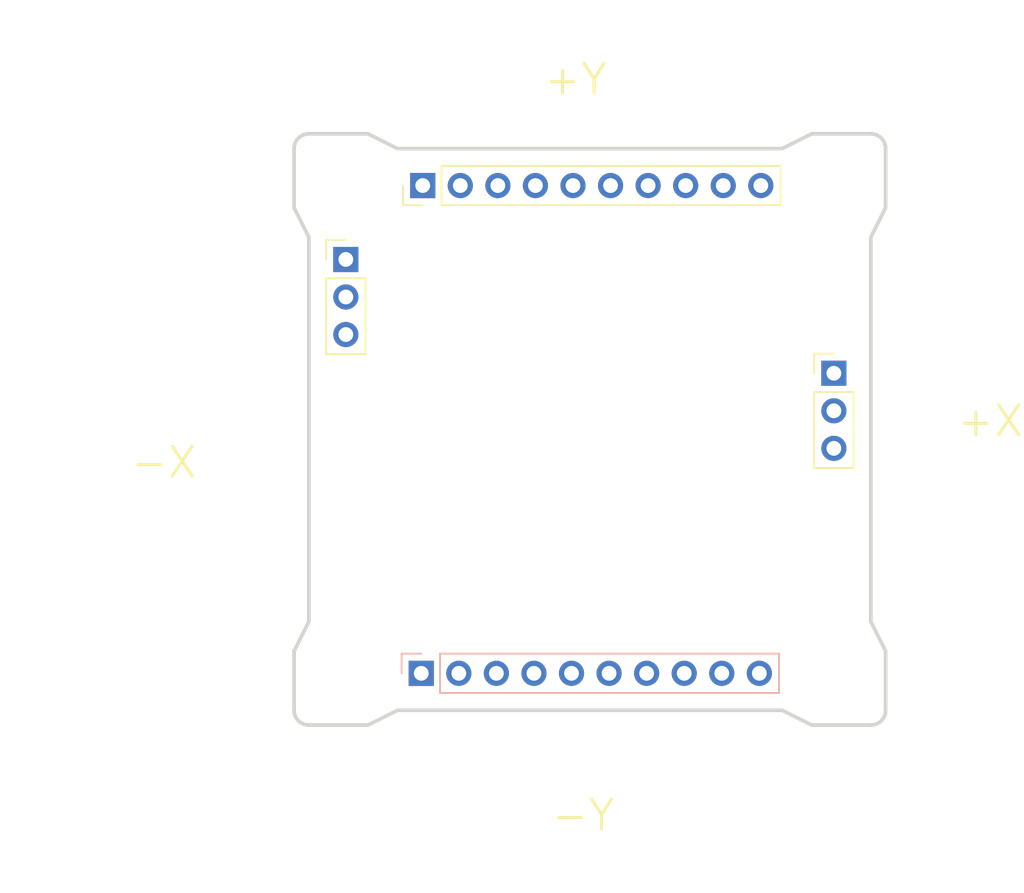
<source format=kicad_pcb>
(kicad_pcb (version 20211014) (generator pcbnew)
  (layers (0 "F.Cu" signal) (31 "B.Cu" signal) (34 "B.Paste" user) (35 "F.Paste" user) (36 "B.SilkS" user "B.Silkscreen") (37 "F.SilkS" user "F.Silkscreen") (38 "B.Mask" user) (39 "F.Mask" user) (44 "Edge.Cuts" user))
  (net 0 "")
  (footprint "Connector_PinHeader_2.54mm:PinHeader_1x10_P2.54mm_Vertical" (layer "F.Cu") (at 132 71.9 90)
    (fp_text reference "J1" hide)
    (fp_text value "Conn_01x10")
    (fp_line (start -1.33 1.27) (end 1.33 1.27) (layer "F.SilkS") (width 0.12))
    (fp_line (start -1.33 1.27) (end -1.33 24.19) (layer "F.SilkS") (width 0.12))
    (fp_line (start -1.33 24.19) (end 1.33 24.19) (layer "F.SilkS") (width 0.12))
    (fp_line (start 1.33 1.27) (end 1.33 24.19) (layer "F.SilkS") (width 0.12))
    (fp_line (start -1.33 -1.33) (end 0 -1.33) (layer "F.SilkS") (width 0.12))
    (fp_line (start -1.33 0) (end -1.33 -1.33) (layer "F.SilkS") (width 0.12))
    (pad "1" thru_hole rect (at 0 0 90) (size 1.7 1.7) (drill 1) (layers *.Cu *.Mask))
    (pad "2" thru_hole oval (at 0 2.54 90) (size 1.7 1.7) (drill 1) (layers *.Cu *.Mask))
    (pad "3" thru_hole oval (at 0 5.08 90) (size 1.7 1.7) (drill 1) (layers *.Cu *.Mask))
    (pad "4" thru_hole oval (at 0 7.62 90) (size 1.7 1.7) (drill 1) (layers *.Cu *.Mask))
    (pad "5" thru_hole oval (at 0 10.16 90) (size 1.7 1.7) (drill 1) (layers *.Cu *.Mask))
    (pad "6" thru_hole oval (at 0 12.7 90) (size 1.7 1.7) (drill 1) (layers *.Cu *.Mask))
    (pad "7" thru_hole oval (at 0 15.24 90) (size 1.7 1.7) (drill 1) (layers *.Cu *.Mask))
    (pad "8" thru_hole oval (at 0 17.78 90) (size 1.7 1.7) (drill 1) (layers *.Cu *.Mask))
    (pad "9" thru_hole oval (at 0 20.32 90) (size 1.7 1.7) (drill 1) (layers *.Cu *.Mask))
    (pad "10" thru_hole oval (at 0 22.86 90) (size 1.7 1.7) (drill 1) (layers *.Cu *.Mask))
  )
  (footprint "AutoGenerated:MountingHole_3.50mm" (layer "F.Cu") (at 159.8 71.9)
    (fp_text reference "" hide)
    (fp_text value "" (at 0 0) (layer "F.SilkS") (effects (font (size 1.27 1.27))))
    (pad "" np_thru_hole circle locked (at 0 0) (size 3.5 3.5) (drill 3.5) (layers *.Cu *.Mask))
  )
  (footprint "Connector_PinHeader_2.54mm:PinHeader_1x03_P2.54mm_Vertical" (layer "F.Cu") (at 126.8 76.9)
    (fp_text reference "J3" hide)
    (fp_text value "Conn_01x03")
    (fp_line (start -1.33 -1.33) (end 0 -1.33) (layer "F.SilkS") (width 0.12))
    (fp_line (start -1.33 6.41) (end 1.33 6.41) (layer "F.SilkS") (width 0.12))
    (fp_line (start -1.33 1.27) (end 1.33 1.27) (layer "F.SilkS") (width 0.12))
    (fp_line (start 1.33 1.27) (end 1.33 6.41) (layer "F.SilkS") (width 0.12))
    (fp_line (start -1.33 1.27) (end -1.33 6.41) (layer "F.SilkS") (width 0.12))
    (fp_line (start -1.33 0) (end -1.33 -1.33) (layer "F.SilkS") (width 0.12))
    (pad "1" thru_hole rect (at 0 0) (size 1.7 1.7) (drill 1) (layers *.Cu *.Mask))
    (pad "2" thru_hole oval (at 0 2.54) (size 1.7 1.7) (drill 1) (layers *.Cu *.Mask))
    (pad "3" thru_hole oval (at 0 5.08) (size 1.7 1.7) (drill 1) (layers *.Cu *.Mask))
  )
  (footprint "AutoGenerated:MountingHole_3.50mm" (layer "F.Cu") (at 126.8 71.9)
    (fp_text reference "" hide)
    (fp_text value "" (at 0 0) (layer "F.SilkS") (effects (font (size 1.27 1.27))))
    (pad "" np_thru_hole circle locked (at 0 0) (size 3.5 3.5) (drill 3.5) (layers *.Cu *.Mask))
  )
  (footprint "Connector_PinHeader_2.54mm:PinHeader_1x03_P2.54mm_Vertical" (layer "F.Cu") (at 159.8 84.6)
    (fp_text reference "J2" hide)
    (fp_text value "Conn_01x03")
    (fp_line (start -1.33 -1.33) (end 0 -1.33) (layer "F.SilkS") (width 0.12))
    (fp_line (start -1.33 1.27) (end -1.33 6.41) (layer "F.SilkS") (width 0.12))
    (fp_line (start 1.33 1.27) (end 1.33 6.41) (layer "F.SilkS") (width 0.12))
    (fp_line (start -1.33 1.27) (end 1.33 1.27) (layer "F.SilkS") (width 0.12))
    (fp_line (start -1.33 6.41) (end 1.33 6.41) (layer "F.SilkS") (width 0.12))
    (fp_line (start -1.33 0) (end -1.33 -1.33) (layer "F.SilkS") (width 0.12))
    (pad "1" thru_hole rect (at 0 0) (size 1.7 1.7) (drill 1) (layers *.Cu *.Mask))
    (pad "2" thru_hole oval (at 0 2.54) (size 1.7 1.7) (drill 1) (layers *.Cu *.Mask))
    (pad "3" thru_hole oval (at 0 5.08) (size 1.7 1.7) (drill 1) (layers *.Cu *.Mask))
  )
  (footprint "AutoGenerated:MountingHole_3.50mm" (layer "F.Cu") (at 159.8 104.9)
    (fp_text reference "" hide)
    (fp_text value "" (at 0 0) (layer "F.SilkS") (effects (font (size 1.27 1.27))))
    (pad "" np_thru_hole circle locked (at 0 0) (size 3.5 3.5) (drill 3.5) (layers *.Cu *.Mask))
  )
  (footprint "AutoGenerated:MountingHole_3.50mm" (layer "F.Cu") (at 126.8 104.9)
    (fp_text reference "" hide)
    (fp_text value "" (at 0 0) (layer "F.SilkS") (effects (font (size 1.27 1.27))))
    (pad "" np_thru_hole circle locked (at 0 0) (size 3.5 3.5) (drill 3.5) (layers *.Cu *.Mask))
  )
  (footprint "Connector_PinHeader_2.54mm:PinHeader_1x10_P2.54mm_Vertical" (layer "B.Cu") (at 131.900001 104.899999 -90)
    (fp_text reference "J4" hide)
    (fp_text value "Conn_01x10")
    (fp_line (start -1.33 1.33) (end 0 1.33) (layer "B.SilkS") (width 0.12))
    (fp_line (start -1.33 -1.27) (end -1.33 -24.19) (layer "B.SilkS") (width 0.12))
    (fp_line (start -1.33 -1.27) (end 1.33 -1.27) (layer "B.SilkS") (width 0.12))
    (fp_line (start -1.33 0) (end -1.33 1.33) (layer "B.SilkS") (width 0.12))
    (fp_line (start -1.33 -24.19) (end 1.33 -24.19) (layer "B.SilkS") (width 0.12))
    (fp_line (start 1.33 -1.27) (end 1.33 -24.19) (layer "B.SilkS") (width 0.12))
    (pad "1" thru_hole rect (at 0 0 270) (size 1.7 1.7) (drill 1) (layers *.Cu *.Mask))
    (pad "2" thru_hole oval (at 0 -2.54 270) (size 1.7 1.7) (drill 1) (layers *.Cu *.Mask))
    (pad "3" thru_hole oval (at 0 -5.08 270) (size 1.7 1.7) (drill 1) (layers *.Cu *.Mask))
    (pad "4" thru_hole oval (at 0 -7.62 270) (size 1.7 1.7) (drill 1) (layers *.Cu *.Mask))
    (pad "5" thru_hole oval (at 0 -10.16 270) (size 1.7 1.7) (drill 1) (layers *.Cu *.Mask))
    (pad "6" thru_hole oval (at 0 -12.7 270) (size 1.7 1.7) (drill 1) (layers *.Cu *.Mask))
    (pad "7" thru_hole oval (at 0 -15.24 270) (size 1.7 1.7) (drill 1) (layers *.Cu *.Mask))
    (pad "8" thru_hole oval (at 0 -17.78 270) (size 1.7 1.7) (drill 1) (layers *.Cu *.Mask))
    (pad "9" thru_hole oval (at 0 -20.32 270) (size 1.7 1.7) (drill 1) (layers *.Cu *.Mask))
    (pad "10" thru_hole oval (at 0 -22.86 270) (size 1.7 1.7) (drill 1) (layers *.Cu *.Mask))
  )
  (gr_line (start 163.3 73.4) (end 163.3 69.4) (layer "Edge.Cuts") (width 0.25))
  (gr_arc (start 123.3 69.4) (mid 123.592893 68.692893) (end 124.3 68.4) (layer "Edge.Cuts") (width 0.25))
  (gr_line (start 123.3 73.4) (end 123.3 69.4) (layer "Edge.Cuts") (width 0.25))
  (gr_line (start 156.3 107.4) (end 130.3 107.4) (layer "Edge.Cuts") (width 0.25))
  (gr_line (start 156.3 107.4) (end 158.3 108.4) (layer "Edge.Cuts") (width 0.25))
  (gr_line (start 123.3 103.4) (end 124.3 101.4) (layer "Edge.Cuts") (width 0.25))
  (gr_arc (start 124.3 108.4) (mid 123.592893 108.107107) (end 123.3 107.4) (layer "Edge.Cuts") (width 0.25))
  (gr_line (start 124.3 75.4) (end 123.3 73.4) (layer "Edge.Cuts") (width 0.25))
  (gr_line (start 123.3 107.4) (end 123.3 103.4) (layer "Edge.Cuts") (width 0.25))
  (gr_line (start 141.154 69.401) (end 143.3 69.401) (layer "Edge.Cuts") (width 0.25))
  (gr_line (start 163.3 73.4) (end 162.3 75.4) (layer "Edge.Cuts") (width 0.25))
  (gr_line (start 162.3 75.4) (end 162.3 101.4) (layer "Edge.Cuts") (width 0.25))
  (gr_line (start 124.301 68.4) (end 128.301 68.4) (layer "Edge.Cuts") (width 0.25))
  (gr_line (start 128.3 108.4) (end 124.3 108.4) (layer "Edge.Cuts") (width 0.25))
  (gr_line (start 158.3 108.4) (end 162.3 108.4) (layer "Edge.Cuts") (width 0.25))
  (gr_line (start 130.3 107.4) (end 128.3 108.4) (layer "Edge.Cuts") (width 0.25))
  (gr_line (start 124.3 101.4) (end 124.3 75.4) (layer "Edge.Cuts") (width 0.25))
  (gr_line (start 156.3 69.401) (end 158.299 68.4) (layer "Edge.Cuts") (width 0.25))
  (gr_line (start 158.299 68.4) (end 162.299 68.4) (layer "Edge.Cuts") (width 0.25))
  (gr_line (start 143.3 69.401) (end 156.3 69.401) (layer "Edge.Cuts") (width 0.25))
  (gr_line (start 163.3 103.4) (end 163.3 107.4) (layer "Edge.Cuts") (width 0.25))
  (gr_line (start 128.301 68.4) (end 130.3 69.401) (layer "Edge.Cuts") (width 0.25))
  (gr_line (start 162.3 101.4) (end 163.3 103.4) (layer "Edge.Cuts") (width 0.25))
  (gr_arc (start 162.3 68.4) (mid 163.007181 68.692967) (end 163.3 69.400209) (layer "Edge.Cuts") (width 0.25))
  (gr_arc (start 163.3 107.4) (mid 163.007107 108.107107) (end 162.3 108.4) (layer "Edge.Cuts") (width 0.25))
  (gr_line (start 130.3 69.401) (end 141.154 69.401) (layer "Edge.Cuts") (width 0.25))
  (gr_text "-X" (at 112.124 90.625) (layer "F.SilkS") (effects (font (size 2.032 2.032) (thickness 0.203)) (justify left)))
  (gr_text "+Y" (at 140.064 64.717) (layer "F.SilkS") (effects (font (size 2.032 2.032) (thickness 0.203)) (justify left)))
  (gr_text "+X" (at 168.004 87.831) (layer "F.SilkS") (effects (font (size 2.032 2.032) (thickness 0.203)) (justify left)))
  (gr_text "-Y" (at 140.572 114.501) (layer "F.SilkS") (effects (font (size 2.032 2.032) (thickness 0.203)) (justify left)))
  (segment (start 134.54 71.96) (end 134.54 71.9) (width 0.25) (layer "B.Cu") (net 0))
)
</source>
